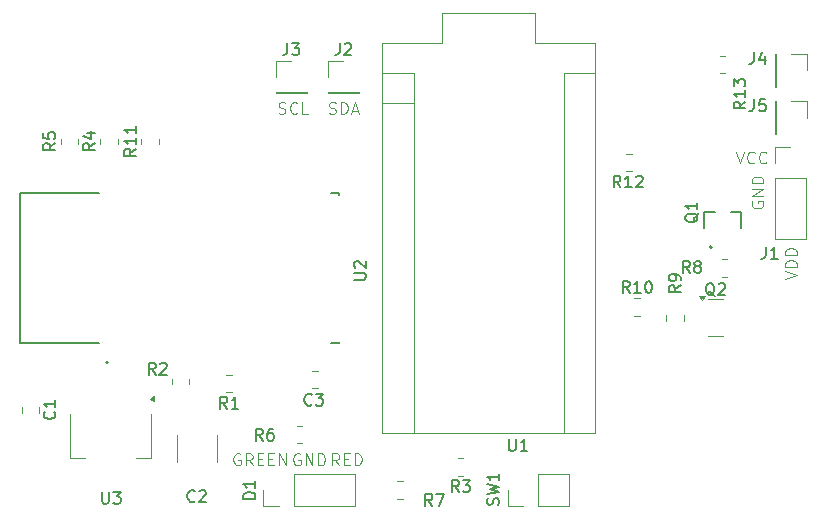
<source format=gbr>
%TF.GenerationSoftware,KiCad,Pcbnew,9.0.1*%
%TF.CreationDate,2025-05-26T15:55:47+03:00*%
%TF.ProjectId,KeyboardSecurity,4b657962-6f61-4726-9453-656375726974,rev?*%
%TF.SameCoordinates,Original*%
%TF.FileFunction,Legend,Top*%
%TF.FilePolarity,Positive*%
%FSLAX46Y46*%
G04 Gerber Fmt 4.6, Leading zero omitted, Abs format (unit mm)*
G04 Created by KiCad (PCBNEW 9.0.1) date 2025-05-26 15:55:47*
%MOMM*%
%LPD*%
G01*
G04 APERTURE LIST*
%ADD10C,0.100000*%
%ADD11C,0.150000*%
%ADD12C,0.120000*%
%ADD13C,0.127000*%
%ADD14C,0.200000*%
G04 APERTURE END LIST*
D10*
X140525038Y-83093906D02*
X140477419Y-83189144D01*
X140477419Y-83189144D02*
X140477419Y-83332001D01*
X140477419Y-83332001D02*
X140525038Y-83474858D01*
X140525038Y-83474858D02*
X140620276Y-83570096D01*
X140620276Y-83570096D02*
X140715514Y-83617715D01*
X140715514Y-83617715D02*
X140905990Y-83665334D01*
X140905990Y-83665334D02*
X141048847Y-83665334D01*
X141048847Y-83665334D02*
X141239323Y-83617715D01*
X141239323Y-83617715D02*
X141334561Y-83570096D01*
X141334561Y-83570096D02*
X141429800Y-83474858D01*
X141429800Y-83474858D02*
X141477419Y-83332001D01*
X141477419Y-83332001D02*
X141477419Y-83236763D01*
X141477419Y-83236763D02*
X141429800Y-83093906D01*
X141429800Y-83093906D02*
X141382180Y-83046287D01*
X141382180Y-83046287D02*
X141048847Y-83046287D01*
X141048847Y-83046287D02*
X141048847Y-83236763D01*
X141477419Y-82617715D02*
X140477419Y-82617715D01*
X140477419Y-82617715D02*
X141477419Y-82046287D01*
X141477419Y-82046287D02*
X140477419Y-82046287D01*
X141477419Y-81570096D02*
X140477419Y-81570096D01*
X140477419Y-81570096D02*
X140477419Y-81332001D01*
X140477419Y-81332001D02*
X140525038Y-81189144D01*
X140525038Y-81189144D02*
X140620276Y-81093906D01*
X140620276Y-81093906D02*
X140715514Y-81046287D01*
X140715514Y-81046287D02*
X140905990Y-80998668D01*
X140905990Y-80998668D02*
X141048847Y-80998668D01*
X141048847Y-80998668D02*
X141239323Y-81046287D01*
X141239323Y-81046287D02*
X141334561Y-81093906D01*
X141334561Y-81093906D02*
X141429800Y-81189144D01*
X141429800Y-81189144D02*
X141477419Y-81332001D01*
X141477419Y-81332001D02*
X141477419Y-81570096D01*
X105548712Y-105434819D02*
X105215379Y-104958628D01*
X104977284Y-105434819D02*
X104977284Y-104434819D01*
X104977284Y-104434819D02*
X105358236Y-104434819D01*
X105358236Y-104434819D02*
X105453474Y-104482438D01*
X105453474Y-104482438D02*
X105501093Y-104530057D01*
X105501093Y-104530057D02*
X105548712Y-104625295D01*
X105548712Y-104625295D02*
X105548712Y-104768152D01*
X105548712Y-104768152D02*
X105501093Y-104863390D01*
X105501093Y-104863390D02*
X105453474Y-104911009D01*
X105453474Y-104911009D02*
X105358236Y-104958628D01*
X105358236Y-104958628D02*
X104977284Y-104958628D01*
X105977284Y-104911009D02*
X106310617Y-104911009D01*
X106453474Y-105434819D02*
X105977284Y-105434819D01*
X105977284Y-105434819D02*
X105977284Y-104434819D01*
X105977284Y-104434819D02*
X106453474Y-104434819D01*
X106882046Y-105434819D02*
X106882046Y-104434819D01*
X106882046Y-104434819D02*
X107120141Y-104434819D01*
X107120141Y-104434819D02*
X107262998Y-104482438D01*
X107262998Y-104482438D02*
X107358236Y-104577676D01*
X107358236Y-104577676D02*
X107405855Y-104672914D01*
X107405855Y-104672914D02*
X107453474Y-104863390D01*
X107453474Y-104863390D02*
X107453474Y-105006247D01*
X107453474Y-105006247D02*
X107405855Y-105196723D01*
X107405855Y-105196723D02*
X107358236Y-105291961D01*
X107358236Y-105291961D02*
X107262998Y-105387200D01*
X107262998Y-105387200D02*
X107120141Y-105434819D01*
X107120141Y-105434819D02*
X106882046Y-105434819D01*
X100433865Y-75643800D02*
X100576722Y-75691419D01*
X100576722Y-75691419D02*
X100814817Y-75691419D01*
X100814817Y-75691419D02*
X100910055Y-75643800D01*
X100910055Y-75643800D02*
X100957674Y-75596180D01*
X100957674Y-75596180D02*
X101005293Y-75500942D01*
X101005293Y-75500942D02*
X101005293Y-75405704D01*
X101005293Y-75405704D02*
X100957674Y-75310466D01*
X100957674Y-75310466D02*
X100910055Y-75262847D01*
X100910055Y-75262847D02*
X100814817Y-75215228D01*
X100814817Y-75215228D02*
X100624341Y-75167609D01*
X100624341Y-75167609D02*
X100529103Y-75119990D01*
X100529103Y-75119990D02*
X100481484Y-75072371D01*
X100481484Y-75072371D02*
X100433865Y-74977133D01*
X100433865Y-74977133D02*
X100433865Y-74881895D01*
X100433865Y-74881895D02*
X100481484Y-74786657D01*
X100481484Y-74786657D02*
X100529103Y-74739038D01*
X100529103Y-74739038D02*
X100624341Y-74691419D01*
X100624341Y-74691419D02*
X100862436Y-74691419D01*
X100862436Y-74691419D02*
X101005293Y-74739038D01*
X102005293Y-75596180D02*
X101957674Y-75643800D01*
X101957674Y-75643800D02*
X101814817Y-75691419D01*
X101814817Y-75691419D02*
X101719579Y-75691419D01*
X101719579Y-75691419D02*
X101576722Y-75643800D01*
X101576722Y-75643800D02*
X101481484Y-75548561D01*
X101481484Y-75548561D02*
X101433865Y-75453323D01*
X101433865Y-75453323D02*
X101386246Y-75262847D01*
X101386246Y-75262847D02*
X101386246Y-75119990D01*
X101386246Y-75119990D02*
X101433865Y-74929514D01*
X101433865Y-74929514D02*
X101481484Y-74834276D01*
X101481484Y-74834276D02*
X101576722Y-74739038D01*
X101576722Y-74739038D02*
X101719579Y-74691419D01*
X101719579Y-74691419D02*
X101814817Y-74691419D01*
X101814817Y-74691419D02*
X101957674Y-74739038D01*
X101957674Y-74739038D02*
X102005293Y-74786657D01*
X102910055Y-75691419D02*
X102433865Y-75691419D01*
X102433865Y-75691419D02*
X102433865Y-74691419D01*
X102240255Y-104482438D02*
X102145017Y-104434819D01*
X102145017Y-104434819D02*
X102002160Y-104434819D01*
X102002160Y-104434819D02*
X101859303Y-104482438D01*
X101859303Y-104482438D02*
X101764065Y-104577676D01*
X101764065Y-104577676D02*
X101716446Y-104672914D01*
X101716446Y-104672914D02*
X101668827Y-104863390D01*
X101668827Y-104863390D02*
X101668827Y-105006247D01*
X101668827Y-105006247D02*
X101716446Y-105196723D01*
X101716446Y-105196723D02*
X101764065Y-105291961D01*
X101764065Y-105291961D02*
X101859303Y-105387200D01*
X101859303Y-105387200D02*
X102002160Y-105434819D01*
X102002160Y-105434819D02*
X102097398Y-105434819D01*
X102097398Y-105434819D02*
X102240255Y-105387200D01*
X102240255Y-105387200D02*
X102287874Y-105339580D01*
X102287874Y-105339580D02*
X102287874Y-105006247D01*
X102287874Y-105006247D02*
X102097398Y-105006247D01*
X102716446Y-105434819D02*
X102716446Y-104434819D01*
X102716446Y-104434819D02*
X103287874Y-105434819D01*
X103287874Y-105434819D02*
X103287874Y-104434819D01*
X103764065Y-105434819D02*
X103764065Y-104434819D01*
X103764065Y-104434819D02*
X104002160Y-104434819D01*
X104002160Y-104434819D02*
X104145017Y-104482438D01*
X104145017Y-104482438D02*
X104240255Y-104577676D01*
X104240255Y-104577676D02*
X104287874Y-104672914D01*
X104287874Y-104672914D02*
X104335493Y-104863390D01*
X104335493Y-104863390D02*
X104335493Y-105006247D01*
X104335493Y-105006247D02*
X104287874Y-105196723D01*
X104287874Y-105196723D02*
X104240255Y-105291961D01*
X104240255Y-105291961D02*
X104145017Y-105387200D01*
X104145017Y-105387200D02*
X104002160Y-105434819D01*
X104002160Y-105434819D02*
X103764065Y-105434819D01*
X104701065Y-75643800D02*
X104843922Y-75691419D01*
X104843922Y-75691419D02*
X105082017Y-75691419D01*
X105082017Y-75691419D02*
X105177255Y-75643800D01*
X105177255Y-75643800D02*
X105224874Y-75596180D01*
X105224874Y-75596180D02*
X105272493Y-75500942D01*
X105272493Y-75500942D02*
X105272493Y-75405704D01*
X105272493Y-75405704D02*
X105224874Y-75310466D01*
X105224874Y-75310466D02*
X105177255Y-75262847D01*
X105177255Y-75262847D02*
X105082017Y-75215228D01*
X105082017Y-75215228D02*
X104891541Y-75167609D01*
X104891541Y-75167609D02*
X104796303Y-75119990D01*
X104796303Y-75119990D02*
X104748684Y-75072371D01*
X104748684Y-75072371D02*
X104701065Y-74977133D01*
X104701065Y-74977133D02*
X104701065Y-74881895D01*
X104701065Y-74881895D02*
X104748684Y-74786657D01*
X104748684Y-74786657D02*
X104796303Y-74739038D01*
X104796303Y-74739038D02*
X104891541Y-74691419D01*
X104891541Y-74691419D02*
X105129636Y-74691419D01*
X105129636Y-74691419D02*
X105272493Y-74739038D01*
X105701065Y-75691419D02*
X105701065Y-74691419D01*
X105701065Y-74691419D02*
X105939160Y-74691419D01*
X105939160Y-74691419D02*
X106082017Y-74739038D01*
X106082017Y-74739038D02*
X106177255Y-74834276D01*
X106177255Y-74834276D02*
X106224874Y-74929514D01*
X106224874Y-74929514D02*
X106272493Y-75119990D01*
X106272493Y-75119990D02*
X106272493Y-75262847D01*
X106272493Y-75262847D02*
X106224874Y-75453323D01*
X106224874Y-75453323D02*
X106177255Y-75548561D01*
X106177255Y-75548561D02*
X106082017Y-75643800D01*
X106082017Y-75643800D02*
X105939160Y-75691419D01*
X105939160Y-75691419D02*
X105701065Y-75691419D01*
X106653446Y-75405704D02*
X107129636Y-75405704D01*
X106558208Y-75691419D02*
X106891541Y-74691419D01*
X106891541Y-74691419D02*
X107224874Y-75691419D01*
X139161027Y-78872419D02*
X139494360Y-79872419D01*
X139494360Y-79872419D02*
X139827693Y-78872419D01*
X140732455Y-79777180D02*
X140684836Y-79824800D01*
X140684836Y-79824800D02*
X140541979Y-79872419D01*
X140541979Y-79872419D02*
X140446741Y-79872419D01*
X140446741Y-79872419D02*
X140303884Y-79824800D01*
X140303884Y-79824800D02*
X140208646Y-79729561D01*
X140208646Y-79729561D02*
X140161027Y-79634323D01*
X140161027Y-79634323D02*
X140113408Y-79443847D01*
X140113408Y-79443847D02*
X140113408Y-79300990D01*
X140113408Y-79300990D02*
X140161027Y-79110514D01*
X140161027Y-79110514D02*
X140208646Y-79015276D01*
X140208646Y-79015276D02*
X140303884Y-78920038D01*
X140303884Y-78920038D02*
X140446741Y-78872419D01*
X140446741Y-78872419D02*
X140541979Y-78872419D01*
X140541979Y-78872419D02*
X140684836Y-78920038D01*
X140684836Y-78920038D02*
X140732455Y-78967657D01*
X141732455Y-79777180D02*
X141684836Y-79824800D01*
X141684836Y-79824800D02*
X141541979Y-79872419D01*
X141541979Y-79872419D02*
X141446741Y-79872419D01*
X141446741Y-79872419D02*
X141303884Y-79824800D01*
X141303884Y-79824800D02*
X141208646Y-79729561D01*
X141208646Y-79729561D02*
X141161027Y-79634323D01*
X141161027Y-79634323D02*
X141113408Y-79443847D01*
X141113408Y-79443847D02*
X141113408Y-79300990D01*
X141113408Y-79300990D02*
X141161027Y-79110514D01*
X141161027Y-79110514D02*
X141208646Y-79015276D01*
X141208646Y-79015276D02*
X141303884Y-78920038D01*
X141303884Y-78920038D02*
X141446741Y-78872419D01*
X141446741Y-78872419D02*
X141541979Y-78872419D01*
X141541979Y-78872419D02*
X141684836Y-78920038D01*
X141684836Y-78920038D02*
X141732455Y-78967657D01*
X143296819Y-89627972D02*
X144296819Y-89294639D01*
X144296819Y-89294639D02*
X143296819Y-88961306D01*
X144296819Y-88627972D02*
X143296819Y-88627972D01*
X143296819Y-88627972D02*
X143296819Y-88389877D01*
X143296819Y-88389877D02*
X143344438Y-88247020D01*
X143344438Y-88247020D02*
X143439676Y-88151782D01*
X143439676Y-88151782D02*
X143534914Y-88104163D01*
X143534914Y-88104163D02*
X143725390Y-88056544D01*
X143725390Y-88056544D02*
X143868247Y-88056544D01*
X143868247Y-88056544D02*
X144058723Y-88104163D01*
X144058723Y-88104163D02*
X144153961Y-88151782D01*
X144153961Y-88151782D02*
X144249200Y-88247020D01*
X144249200Y-88247020D02*
X144296819Y-88389877D01*
X144296819Y-88389877D02*
X144296819Y-88627972D01*
X144296819Y-87627972D02*
X143296819Y-87627972D01*
X143296819Y-87627972D02*
X143296819Y-87389877D01*
X143296819Y-87389877D02*
X143344438Y-87247020D01*
X143344438Y-87247020D02*
X143439676Y-87151782D01*
X143439676Y-87151782D02*
X143534914Y-87104163D01*
X143534914Y-87104163D02*
X143725390Y-87056544D01*
X143725390Y-87056544D02*
X143868247Y-87056544D01*
X143868247Y-87056544D02*
X144058723Y-87104163D01*
X144058723Y-87104163D02*
X144153961Y-87151782D01*
X144153961Y-87151782D02*
X144249200Y-87247020D01*
X144249200Y-87247020D02*
X144296819Y-87389877D01*
X144296819Y-87389877D02*
X144296819Y-87627972D01*
X97169893Y-104482438D02*
X97074655Y-104434819D01*
X97074655Y-104434819D02*
X96931798Y-104434819D01*
X96931798Y-104434819D02*
X96788941Y-104482438D01*
X96788941Y-104482438D02*
X96693703Y-104577676D01*
X96693703Y-104577676D02*
X96646084Y-104672914D01*
X96646084Y-104672914D02*
X96598465Y-104863390D01*
X96598465Y-104863390D02*
X96598465Y-105006247D01*
X96598465Y-105006247D02*
X96646084Y-105196723D01*
X96646084Y-105196723D02*
X96693703Y-105291961D01*
X96693703Y-105291961D02*
X96788941Y-105387200D01*
X96788941Y-105387200D02*
X96931798Y-105434819D01*
X96931798Y-105434819D02*
X97027036Y-105434819D01*
X97027036Y-105434819D02*
X97169893Y-105387200D01*
X97169893Y-105387200D02*
X97217512Y-105339580D01*
X97217512Y-105339580D02*
X97217512Y-105006247D01*
X97217512Y-105006247D02*
X97027036Y-105006247D01*
X98217512Y-105434819D02*
X97884179Y-104958628D01*
X97646084Y-105434819D02*
X97646084Y-104434819D01*
X97646084Y-104434819D02*
X98027036Y-104434819D01*
X98027036Y-104434819D02*
X98122274Y-104482438D01*
X98122274Y-104482438D02*
X98169893Y-104530057D01*
X98169893Y-104530057D02*
X98217512Y-104625295D01*
X98217512Y-104625295D02*
X98217512Y-104768152D01*
X98217512Y-104768152D02*
X98169893Y-104863390D01*
X98169893Y-104863390D02*
X98122274Y-104911009D01*
X98122274Y-104911009D02*
X98027036Y-104958628D01*
X98027036Y-104958628D02*
X97646084Y-104958628D01*
X98646084Y-104911009D02*
X98979417Y-104911009D01*
X99122274Y-105434819D02*
X98646084Y-105434819D01*
X98646084Y-105434819D02*
X98646084Y-104434819D01*
X98646084Y-104434819D02*
X99122274Y-104434819D01*
X99550846Y-104911009D02*
X99884179Y-104911009D01*
X100027036Y-105434819D02*
X99550846Y-105434819D01*
X99550846Y-105434819D02*
X99550846Y-104434819D01*
X99550846Y-104434819D02*
X100027036Y-104434819D01*
X100455608Y-105434819D02*
X100455608Y-104434819D01*
X100455608Y-104434819D02*
X101027036Y-105434819D01*
X101027036Y-105434819D02*
X101027036Y-104434819D01*
D11*
X129369642Y-81904819D02*
X129036309Y-81428628D01*
X128798214Y-81904819D02*
X128798214Y-80904819D01*
X128798214Y-80904819D02*
X129179166Y-80904819D01*
X129179166Y-80904819D02*
X129274404Y-80952438D01*
X129274404Y-80952438D02*
X129322023Y-81000057D01*
X129322023Y-81000057D02*
X129369642Y-81095295D01*
X129369642Y-81095295D02*
X129369642Y-81238152D01*
X129369642Y-81238152D02*
X129322023Y-81333390D01*
X129322023Y-81333390D02*
X129274404Y-81381009D01*
X129274404Y-81381009D02*
X129179166Y-81428628D01*
X129179166Y-81428628D02*
X128798214Y-81428628D01*
X130322023Y-81904819D02*
X129750595Y-81904819D01*
X130036309Y-81904819D02*
X130036309Y-80904819D01*
X130036309Y-80904819D02*
X129941071Y-81047676D01*
X129941071Y-81047676D02*
X129845833Y-81142914D01*
X129845833Y-81142914D02*
X129750595Y-81190533D01*
X130702976Y-81000057D02*
X130750595Y-80952438D01*
X130750595Y-80952438D02*
X130845833Y-80904819D01*
X130845833Y-80904819D02*
X131083928Y-80904819D01*
X131083928Y-80904819D02*
X131179166Y-80952438D01*
X131179166Y-80952438D02*
X131226785Y-81000057D01*
X131226785Y-81000057D02*
X131274404Y-81095295D01*
X131274404Y-81095295D02*
X131274404Y-81190533D01*
X131274404Y-81190533D02*
X131226785Y-81333390D01*
X131226785Y-81333390D02*
X130655357Y-81904819D01*
X130655357Y-81904819D02*
X131274404Y-81904819D01*
X139954819Y-74642857D02*
X139478628Y-74976190D01*
X139954819Y-75214285D02*
X138954819Y-75214285D01*
X138954819Y-75214285D02*
X138954819Y-74833333D01*
X138954819Y-74833333D02*
X139002438Y-74738095D01*
X139002438Y-74738095D02*
X139050057Y-74690476D01*
X139050057Y-74690476D02*
X139145295Y-74642857D01*
X139145295Y-74642857D02*
X139288152Y-74642857D01*
X139288152Y-74642857D02*
X139383390Y-74690476D01*
X139383390Y-74690476D02*
X139431009Y-74738095D01*
X139431009Y-74738095D02*
X139478628Y-74833333D01*
X139478628Y-74833333D02*
X139478628Y-75214285D01*
X139954819Y-73690476D02*
X139954819Y-74261904D01*
X139954819Y-73976190D02*
X138954819Y-73976190D01*
X138954819Y-73976190D02*
X139097676Y-74071428D01*
X139097676Y-74071428D02*
X139192914Y-74166666D01*
X139192914Y-74166666D02*
X139240533Y-74261904D01*
X138954819Y-73357142D02*
X138954819Y-72738095D01*
X138954819Y-72738095D02*
X139335771Y-73071428D01*
X139335771Y-73071428D02*
X139335771Y-72928571D01*
X139335771Y-72928571D02*
X139383390Y-72833333D01*
X139383390Y-72833333D02*
X139431009Y-72785714D01*
X139431009Y-72785714D02*
X139526247Y-72738095D01*
X139526247Y-72738095D02*
X139764342Y-72738095D01*
X139764342Y-72738095D02*
X139859580Y-72785714D01*
X139859580Y-72785714D02*
X139907200Y-72833333D01*
X139907200Y-72833333D02*
X139954819Y-72928571D01*
X139954819Y-72928571D02*
X139954819Y-73214285D01*
X139954819Y-73214285D02*
X139907200Y-73309523D01*
X139907200Y-73309523D02*
X139859580Y-73357142D01*
X140666666Y-74454819D02*
X140666666Y-75169104D01*
X140666666Y-75169104D02*
X140619047Y-75311961D01*
X140619047Y-75311961D02*
X140523809Y-75407200D01*
X140523809Y-75407200D02*
X140380952Y-75454819D01*
X140380952Y-75454819D02*
X140285714Y-75454819D01*
X141619047Y-74454819D02*
X141142857Y-74454819D01*
X141142857Y-74454819D02*
X141095238Y-74931009D01*
X141095238Y-74931009D02*
X141142857Y-74883390D01*
X141142857Y-74883390D02*
X141238095Y-74835771D01*
X141238095Y-74835771D02*
X141476190Y-74835771D01*
X141476190Y-74835771D02*
X141571428Y-74883390D01*
X141571428Y-74883390D02*
X141619047Y-74931009D01*
X141619047Y-74931009D02*
X141666666Y-75026247D01*
X141666666Y-75026247D02*
X141666666Y-75264342D01*
X141666666Y-75264342D02*
X141619047Y-75359580D01*
X141619047Y-75359580D02*
X141571428Y-75407200D01*
X141571428Y-75407200D02*
X141476190Y-75454819D01*
X141476190Y-75454819D02*
X141238095Y-75454819D01*
X141238095Y-75454819D02*
X141142857Y-75407200D01*
X141142857Y-75407200D02*
X141095238Y-75359580D01*
X140666666Y-70454819D02*
X140666666Y-71169104D01*
X140666666Y-71169104D02*
X140619047Y-71311961D01*
X140619047Y-71311961D02*
X140523809Y-71407200D01*
X140523809Y-71407200D02*
X140380952Y-71454819D01*
X140380952Y-71454819D02*
X140285714Y-71454819D01*
X141571428Y-70788152D02*
X141571428Y-71454819D01*
X141333333Y-70407200D02*
X141095238Y-71121485D01*
X141095238Y-71121485D02*
X141714285Y-71121485D01*
X88352519Y-78646257D02*
X87876328Y-78979590D01*
X88352519Y-79217685D02*
X87352519Y-79217685D01*
X87352519Y-79217685D02*
X87352519Y-78836733D01*
X87352519Y-78836733D02*
X87400138Y-78741495D01*
X87400138Y-78741495D02*
X87447757Y-78693876D01*
X87447757Y-78693876D02*
X87542995Y-78646257D01*
X87542995Y-78646257D02*
X87685852Y-78646257D01*
X87685852Y-78646257D02*
X87781090Y-78693876D01*
X87781090Y-78693876D02*
X87828709Y-78741495D01*
X87828709Y-78741495D02*
X87876328Y-78836733D01*
X87876328Y-78836733D02*
X87876328Y-79217685D01*
X88352519Y-77693876D02*
X88352519Y-78265304D01*
X88352519Y-77979590D02*
X87352519Y-77979590D01*
X87352519Y-77979590D02*
X87495376Y-78074828D01*
X87495376Y-78074828D02*
X87590614Y-78170066D01*
X87590614Y-78170066D02*
X87638233Y-78265304D01*
X88352519Y-76741495D02*
X88352519Y-77312923D01*
X88352519Y-77027209D02*
X87352519Y-77027209D01*
X87352519Y-77027209D02*
X87495376Y-77122447D01*
X87495376Y-77122447D02*
X87590614Y-77217685D01*
X87590614Y-77217685D02*
X87638233Y-77312923D01*
X93330733Y-108461980D02*
X93283114Y-108509600D01*
X93283114Y-108509600D02*
X93140257Y-108557219D01*
X93140257Y-108557219D02*
X93045019Y-108557219D01*
X93045019Y-108557219D02*
X92902162Y-108509600D01*
X92902162Y-108509600D02*
X92806924Y-108414361D01*
X92806924Y-108414361D02*
X92759305Y-108319123D01*
X92759305Y-108319123D02*
X92711686Y-108128647D01*
X92711686Y-108128647D02*
X92711686Y-107985790D01*
X92711686Y-107985790D02*
X92759305Y-107795314D01*
X92759305Y-107795314D02*
X92806924Y-107700076D01*
X92806924Y-107700076D02*
X92902162Y-107604838D01*
X92902162Y-107604838D02*
X93045019Y-107557219D01*
X93045019Y-107557219D02*
X93140257Y-107557219D01*
X93140257Y-107557219D02*
X93283114Y-107604838D01*
X93283114Y-107604838D02*
X93330733Y-107652457D01*
X93711686Y-107652457D02*
X93759305Y-107604838D01*
X93759305Y-107604838D02*
X93854543Y-107557219D01*
X93854543Y-107557219D02*
X94092638Y-107557219D01*
X94092638Y-107557219D02*
X94187876Y-107604838D01*
X94187876Y-107604838D02*
X94235495Y-107652457D01*
X94235495Y-107652457D02*
X94283114Y-107747695D01*
X94283114Y-107747695D02*
X94283114Y-107842933D01*
X94283114Y-107842933D02*
X94235495Y-107985790D01*
X94235495Y-107985790D02*
X93664067Y-108557219D01*
X93664067Y-108557219D02*
X94283114Y-108557219D01*
X137341861Y-91103857D02*
X137246623Y-91056238D01*
X137246623Y-91056238D02*
X137151385Y-90961000D01*
X137151385Y-90961000D02*
X137008528Y-90818142D01*
X137008528Y-90818142D02*
X136913290Y-90770523D01*
X136913290Y-90770523D02*
X136818052Y-90770523D01*
X136865671Y-91008619D02*
X136770433Y-90961000D01*
X136770433Y-90961000D02*
X136675195Y-90865761D01*
X136675195Y-90865761D02*
X136627576Y-90675285D01*
X136627576Y-90675285D02*
X136627576Y-90341952D01*
X136627576Y-90341952D02*
X136675195Y-90151476D01*
X136675195Y-90151476D02*
X136770433Y-90056238D01*
X136770433Y-90056238D02*
X136865671Y-90008619D01*
X136865671Y-90008619D02*
X137056147Y-90008619D01*
X137056147Y-90008619D02*
X137151385Y-90056238D01*
X137151385Y-90056238D02*
X137246623Y-90151476D01*
X137246623Y-90151476D02*
X137294242Y-90341952D01*
X137294242Y-90341952D02*
X137294242Y-90675285D01*
X137294242Y-90675285D02*
X137246623Y-90865761D01*
X137246623Y-90865761D02*
X137151385Y-90961000D01*
X137151385Y-90961000D02*
X137056147Y-91008619D01*
X137056147Y-91008619D02*
X136865671Y-91008619D01*
X137675195Y-90103857D02*
X137722814Y-90056238D01*
X137722814Y-90056238D02*
X137818052Y-90008619D01*
X137818052Y-90008619D02*
X138056147Y-90008619D01*
X138056147Y-90008619D02*
X138151385Y-90056238D01*
X138151385Y-90056238D02*
X138199004Y-90103857D01*
X138199004Y-90103857D02*
X138246623Y-90199095D01*
X138246623Y-90199095D02*
X138246623Y-90294333D01*
X138246623Y-90294333D02*
X138199004Y-90437190D01*
X138199004Y-90437190D02*
X137627576Y-91008619D01*
X137627576Y-91008619D02*
X138246623Y-91008619D01*
X81439980Y-100903066D02*
X81487600Y-100950685D01*
X81487600Y-100950685D02*
X81535219Y-101093542D01*
X81535219Y-101093542D02*
X81535219Y-101188780D01*
X81535219Y-101188780D02*
X81487600Y-101331637D01*
X81487600Y-101331637D02*
X81392361Y-101426875D01*
X81392361Y-101426875D02*
X81297123Y-101474494D01*
X81297123Y-101474494D02*
X81106647Y-101522113D01*
X81106647Y-101522113D02*
X80963790Y-101522113D01*
X80963790Y-101522113D02*
X80773314Y-101474494D01*
X80773314Y-101474494D02*
X80678076Y-101426875D01*
X80678076Y-101426875D02*
X80582838Y-101331637D01*
X80582838Y-101331637D02*
X80535219Y-101188780D01*
X80535219Y-101188780D02*
X80535219Y-101093542D01*
X80535219Y-101093542D02*
X80582838Y-100950685D01*
X80582838Y-100950685D02*
X80630457Y-100903066D01*
X81535219Y-99950685D02*
X81535219Y-100522113D01*
X81535219Y-100236399D02*
X80535219Y-100236399D01*
X80535219Y-100236399D02*
X80678076Y-100331637D01*
X80678076Y-100331637D02*
X80773314Y-100426875D01*
X80773314Y-100426875D02*
X80820933Y-100522113D01*
X96073933Y-100631419D02*
X95740600Y-100155228D01*
X95502505Y-100631419D02*
X95502505Y-99631419D01*
X95502505Y-99631419D02*
X95883457Y-99631419D01*
X95883457Y-99631419D02*
X95978695Y-99679038D01*
X95978695Y-99679038D02*
X96026314Y-99726657D01*
X96026314Y-99726657D02*
X96073933Y-99821895D01*
X96073933Y-99821895D02*
X96073933Y-99964752D01*
X96073933Y-99964752D02*
X96026314Y-100059990D01*
X96026314Y-100059990D02*
X95978695Y-100107609D01*
X95978695Y-100107609D02*
X95883457Y-100155228D01*
X95883457Y-100155228D02*
X95502505Y-100155228D01*
X97026314Y-100631419D02*
X96454886Y-100631419D01*
X96740600Y-100631419D02*
X96740600Y-99631419D01*
X96740600Y-99631419D02*
X96645362Y-99774276D01*
X96645362Y-99774276D02*
X96550124Y-99869514D01*
X96550124Y-99869514D02*
X96454886Y-99917133D01*
X103236733Y-100283180D02*
X103189114Y-100330800D01*
X103189114Y-100330800D02*
X103046257Y-100378419D01*
X103046257Y-100378419D02*
X102951019Y-100378419D01*
X102951019Y-100378419D02*
X102808162Y-100330800D01*
X102808162Y-100330800D02*
X102712924Y-100235561D01*
X102712924Y-100235561D02*
X102665305Y-100140323D01*
X102665305Y-100140323D02*
X102617686Y-99949847D01*
X102617686Y-99949847D02*
X102617686Y-99806990D01*
X102617686Y-99806990D02*
X102665305Y-99616514D01*
X102665305Y-99616514D02*
X102712924Y-99521276D01*
X102712924Y-99521276D02*
X102808162Y-99426038D01*
X102808162Y-99426038D02*
X102951019Y-99378419D01*
X102951019Y-99378419D02*
X103046257Y-99378419D01*
X103046257Y-99378419D02*
X103189114Y-99426038D01*
X103189114Y-99426038D02*
X103236733Y-99473657D01*
X103570067Y-99378419D02*
X104189114Y-99378419D01*
X104189114Y-99378419D02*
X103855781Y-99759371D01*
X103855781Y-99759371D02*
X103998638Y-99759371D01*
X103998638Y-99759371D02*
X104093876Y-99806990D01*
X104093876Y-99806990D02*
X104141495Y-99854609D01*
X104141495Y-99854609D02*
X104189114Y-99949847D01*
X104189114Y-99949847D02*
X104189114Y-100187942D01*
X104189114Y-100187942D02*
X104141495Y-100283180D01*
X104141495Y-100283180D02*
X104093876Y-100330800D01*
X104093876Y-100330800D02*
X103998638Y-100378419D01*
X103998638Y-100378419D02*
X103712924Y-100378419D01*
X103712924Y-100378419D02*
X103617686Y-100330800D01*
X103617686Y-100330800D02*
X103570067Y-100283180D01*
X119913495Y-103213819D02*
X119913495Y-104023342D01*
X119913495Y-104023342D02*
X119961114Y-104118580D01*
X119961114Y-104118580D02*
X120008733Y-104166200D01*
X120008733Y-104166200D02*
X120103971Y-104213819D01*
X120103971Y-104213819D02*
X120294447Y-104213819D01*
X120294447Y-104213819D02*
X120389685Y-104166200D01*
X120389685Y-104166200D02*
X120437304Y-104118580D01*
X120437304Y-104118580D02*
X120484923Y-104023342D01*
X120484923Y-104023342D02*
X120484923Y-103213819D01*
X121484923Y-104213819D02*
X120913495Y-104213819D01*
X121199209Y-104213819D02*
X121199209Y-103213819D01*
X121199209Y-103213819D02*
X121103971Y-103356676D01*
X121103971Y-103356676D02*
X121008733Y-103451914D01*
X121008733Y-103451914D02*
X120913495Y-103499533D01*
X135964057Y-84103838D02*
X135916438Y-84199076D01*
X135916438Y-84199076D02*
X135821200Y-84294314D01*
X135821200Y-84294314D02*
X135678342Y-84437171D01*
X135678342Y-84437171D02*
X135630723Y-84532409D01*
X135630723Y-84532409D02*
X135630723Y-84627647D01*
X135868819Y-84580028D02*
X135821200Y-84675266D01*
X135821200Y-84675266D02*
X135725961Y-84770504D01*
X135725961Y-84770504D02*
X135535485Y-84818123D01*
X135535485Y-84818123D02*
X135202152Y-84818123D01*
X135202152Y-84818123D02*
X135011676Y-84770504D01*
X135011676Y-84770504D02*
X134916438Y-84675266D01*
X134916438Y-84675266D02*
X134868819Y-84580028D01*
X134868819Y-84580028D02*
X134868819Y-84389552D01*
X134868819Y-84389552D02*
X134916438Y-84294314D01*
X134916438Y-84294314D02*
X135011676Y-84199076D01*
X135011676Y-84199076D02*
X135202152Y-84151457D01*
X135202152Y-84151457D02*
X135535485Y-84151457D01*
X135535485Y-84151457D02*
X135725961Y-84199076D01*
X135725961Y-84199076D02*
X135821200Y-84294314D01*
X135821200Y-84294314D02*
X135868819Y-84389552D01*
X135868819Y-84389552D02*
X135868819Y-84580028D01*
X135868819Y-83199076D02*
X135868819Y-83770504D01*
X135868819Y-83484790D02*
X134868819Y-83484790D01*
X134868819Y-83484790D02*
X135011676Y-83580028D01*
X135011676Y-83580028D02*
X135106914Y-83675266D01*
X135106914Y-83675266D02*
X135154533Y-83770504D01*
X84885419Y-78170066D02*
X84409228Y-78503399D01*
X84885419Y-78741494D02*
X83885419Y-78741494D01*
X83885419Y-78741494D02*
X83885419Y-78360542D01*
X83885419Y-78360542D02*
X83933038Y-78265304D01*
X83933038Y-78265304D02*
X83980657Y-78217685D01*
X83980657Y-78217685D02*
X84075895Y-78170066D01*
X84075895Y-78170066D02*
X84218752Y-78170066D01*
X84218752Y-78170066D02*
X84313990Y-78217685D01*
X84313990Y-78217685D02*
X84361609Y-78265304D01*
X84361609Y-78265304D02*
X84409228Y-78360542D01*
X84409228Y-78360542D02*
X84409228Y-78741494D01*
X84218752Y-77312923D02*
X84885419Y-77312923D01*
X83837800Y-77551018D02*
X84552085Y-77789113D01*
X84552085Y-77789113D02*
X84552085Y-77170066D01*
X119025200Y-108800732D02*
X119072819Y-108657875D01*
X119072819Y-108657875D02*
X119072819Y-108419780D01*
X119072819Y-108419780D02*
X119025200Y-108324542D01*
X119025200Y-108324542D02*
X118977580Y-108276923D01*
X118977580Y-108276923D02*
X118882342Y-108229304D01*
X118882342Y-108229304D02*
X118787104Y-108229304D01*
X118787104Y-108229304D02*
X118691866Y-108276923D01*
X118691866Y-108276923D02*
X118644247Y-108324542D01*
X118644247Y-108324542D02*
X118596628Y-108419780D01*
X118596628Y-108419780D02*
X118549009Y-108610256D01*
X118549009Y-108610256D02*
X118501390Y-108705494D01*
X118501390Y-108705494D02*
X118453771Y-108753113D01*
X118453771Y-108753113D02*
X118358533Y-108800732D01*
X118358533Y-108800732D02*
X118263295Y-108800732D01*
X118263295Y-108800732D02*
X118168057Y-108753113D01*
X118168057Y-108753113D02*
X118120438Y-108705494D01*
X118120438Y-108705494D02*
X118072819Y-108610256D01*
X118072819Y-108610256D02*
X118072819Y-108372161D01*
X118072819Y-108372161D02*
X118120438Y-108229304D01*
X118072819Y-107895970D02*
X119072819Y-107657875D01*
X119072819Y-107657875D02*
X118358533Y-107467399D01*
X118358533Y-107467399D02*
X119072819Y-107276923D01*
X119072819Y-107276923D02*
X118072819Y-107038828D01*
X119072819Y-106134066D02*
X119072819Y-106705494D01*
X119072819Y-106419780D02*
X118072819Y-106419780D01*
X118072819Y-106419780D02*
X118215676Y-106515018D01*
X118215676Y-106515018D02*
X118310914Y-106610256D01*
X118310914Y-106610256D02*
X118358533Y-106705494D01*
X81507219Y-78170066D02*
X81031028Y-78503399D01*
X81507219Y-78741494D02*
X80507219Y-78741494D01*
X80507219Y-78741494D02*
X80507219Y-78360542D01*
X80507219Y-78360542D02*
X80554838Y-78265304D01*
X80554838Y-78265304D02*
X80602457Y-78217685D01*
X80602457Y-78217685D02*
X80697695Y-78170066D01*
X80697695Y-78170066D02*
X80840552Y-78170066D01*
X80840552Y-78170066D02*
X80935790Y-78217685D01*
X80935790Y-78217685D02*
X80983409Y-78265304D01*
X80983409Y-78265304D02*
X81031028Y-78360542D01*
X81031028Y-78360542D02*
X81031028Y-78741494D01*
X80507219Y-77265304D02*
X80507219Y-77741494D01*
X80507219Y-77741494D02*
X80983409Y-77789113D01*
X80983409Y-77789113D02*
X80935790Y-77741494D01*
X80935790Y-77741494D02*
X80888171Y-77646256D01*
X80888171Y-77646256D02*
X80888171Y-77408161D01*
X80888171Y-77408161D02*
X80935790Y-77312923D01*
X80935790Y-77312923D02*
X80983409Y-77265304D01*
X80983409Y-77265304D02*
X81078647Y-77217685D01*
X81078647Y-77217685D02*
X81316742Y-77217685D01*
X81316742Y-77217685D02*
X81411980Y-77265304D01*
X81411980Y-77265304D02*
X81459600Y-77312923D01*
X81459600Y-77312923D02*
X81507219Y-77408161D01*
X81507219Y-77408161D02*
X81507219Y-77646256D01*
X81507219Y-77646256D02*
X81459600Y-77741494D01*
X81459600Y-77741494D02*
X81411980Y-77789113D01*
X106820619Y-89712704D02*
X107630142Y-89712704D01*
X107630142Y-89712704D02*
X107725380Y-89665085D01*
X107725380Y-89665085D02*
X107773000Y-89617466D01*
X107773000Y-89617466D02*
X107820619Y-89522228D01*
X107820619Y-89522228D02*
X107820619Y-89331752D01*
X107820619Y-89331752D02*
X107773000Y-89236514D01*
X107773000Y-89236514D02*
X107725380Y-89188895D01*
X107725380Y-89188895D02*
X107630142Y-89141276D01*
X107630142Y-89141276D02*
X106820619Y-89141276D01*
X106915857Y-88712704D02*
X106868238Y-88665085D01*
X106868238Y-88665085D02*
X106820619Y-88569847D01*
X106820619Y-88569847D02*
X106820619Y-88331752D01*
X106820619Y-88331752D02*
X106868238Y-88236514D01*
X106868238Y-88236514D02*
X106915857Y-88188895D01*
X106915857Y-88188895D02*
X107011095Y-88141276D01*
X107011095Y-88141276D02*
X107106333Y-88141276D01*
X107106333Y-88141276D02*
X107249190Y-88188895D01*
X107249190Y-88188895D02*
X107820619Y-88760323D01*
X107820619Y-88760323D02*
X107820619Y-88141276D01*
X135240733Y-89151619D02*
X134907400Y-88675428D01*
X134669305Y-89151619D02*
X134669305Y-88151619D01*
X134669305Y-88151619D02*
X135050257Y-88151619D01*
X135050257Y-88151619D02*
X135145495Y-88199238D01*
X135145495Y-88199238D02*
X135193114Y-88246857D01*
X135193114Y-88246857D02*
X135240733Y-88342095D01*
X135240733Y-88342095D02*
X135240733Y-88484952D01*
X135240733Y-88484952D02*
X135193114Y-88580190D01*
X135193114Y-88580190D02*
X135145495Y-88627809D01*
X135145495Y-88627809D02*
X135050257Y-88675428D01*
X135050257Y-88675428D02*
X134669305Y-88675428D01*
X135812162Y-88580190D02*
X135716924Y-88532571D01*
X135716924Y-88532571D02*
X135669305Y-88484952D01*
X135669305Y-88484952D02*
X135621686Y-88389714D01*
X135621686Y-88389714D02*
X135621686Y-88342095D01*
X135621686Y-88342095D02*
X135669305Y-88246857D01*
X135669305Y-88246857D02*
X135716924Y-88199238D01*
X135716924Y-88199238D02*
X135812162Y-88151619D01*
X135812162Y-88151619D02*
X136002638Y-88151619D01*
X136002638Y-88151619D02*
X136097876Y-88199238D01*
X136097876Y-88199238D02*
X136145495Y-88246857D01*
X136145495Y-88246857D02*
X136193114Y-88342095D01*
X136193114Y-88342095D02*
X136193114Y-88389714D01*
X136193114Y-88389714D02*
X136145495Y-88484952D01*
X136145495Y-88484952D02*
X136097876Y-88532571D01*
X136097876Y-88532571D02*
X136002638Y-88580190D01*
X136002638Y-88580190D02*
X135812162Y-88580190D01*
X135812162Y-88580190D02*
X135716924Y-88627809D01*
X135716924Y-88627809D02*
X135669305Y-88675428D01*
X135669305Y-88675428D02*
X135621686Y-88770666D01*
X135621686Y-88770666D02*
X135621686Y-88961142D01*
X135621686Y-88961142D02*
X135669305Y-89056380D01*
X135669305Y-89056380D02*
X135716924Y-89104000D01*
X135716924Y-89104000D02*
X135812162Y-89151619D01*
X135812162Y-89151619D02*
X136002638Y-89151619D01*
X136002638Y-89151619D02*
X136097876Y-89104000D01*
X136097876Y-89104000D02*
X136145495Y-89056380D01*
X136145495Y-89056380D02*
X136193114Y-88961142D01*
X136193114Y-88961142D02*
X136193114Y-88770666D01*
X136193114Y-88770666D02*
X136145495Y-88675428D01*
X136145495Y-88675428D02*
X136097876Y-88627809D01*
X136097876Y-88627809D02*
X136002638Y-88580190D01*
X98448019Y-108281694D02*
X97448019Y-108281694D01*
X97448019Y-108281694D02*
X97448019Y-108043599D01*
X97448019Y-108043599D02*
X97495638Y-107900742D01*
X97495638Y-107900742D02*
X97590876Y-107805504D01*
X97590876Y-107805504D02*
X97686114Y-107757885D01*
X97686114Y-107757885D02*
X97876590Y-107710266D01*
X97876590Y-107710266D02*
X98019447Y-107710266D01*
X98019447Y-107710266D02*
X98209923Y-107757885D01*
X98209923Y-107757885D02*
X98305161Y-107805504D01*
X98305161Y-107805504D02*
X98400400Y-107900742D01*
X98400400Y-107900742D02*
X98448019Y-108043599D01*
X98448019Y-108043599D02*
X98448019Y-108281694D01*
X98448019Y-106757885D02*
X98448019Y-107329313D01*
X98448019Y-107043599D02*
X97448019Y-107043599D01*
X97448019Y-107043599D02*
X97590876Y-107138837D01*
X97590876Y-107138837D02*
X97686114Y-107234075D01*
X97686114Y-107234075D02*
X97733733Y-107329313D01*
X130137142Y-90844219D02*
X129803809Y-90368028D01*
X129565714Y-90844219D02*
X129565714Y-89844219D01*
X129565714Y-89844219D02*
X129946666Y-89844219D01*
X129946666Y-89844219D02*
X130041904Y-89891838D01*
X130041904Y-89891838D02*
X130089523Y-89939457D01*
X130089523Y-89939457D02*
X130137142Y-90034695D01*
X130137142Y-90034695D02*
X130137142Y-90177552D01*
X130137142Y-90177552D02*
X130089523Y-90272790D01*
X130089523Y-90272790D02*
X130041904Y-90320409D01*
X130041904Y-90320409D02*
X129946666Y-90368028D01*
X129946666Y-90368028D02*
X129565714Y-90368028D01*
X131089523Y-90844219D02*
X130518095Y-90844219D01*
X130803809Y-90844219D02*
X130803809Y-89844219D01*
X130803809Y-89844219D02*
X130708571Y-89987076D01*
X130708571Y-89987076D02*
X130613333Y-90082314D01*
X130613333Y-90082314D02*
X130518095Y-90129933D01*
X131708571Y-89844219D02*
X131803809Y-89844219D01*
X131803809Y-89844219D02*
X131899047Y-89891838D01*
X131899047Y-89891838D02*
X131946666Y-89939457D01*
X131946666Y-89939457D02*
X131994285Y-90034695D01*
X131994285Y-90034695D02*
X132041904Y-90225171D01*
X132041904Y-90225171D02*
X132041904Y-90463266D01*
X132041904Y-90463266D02*
X131994285Y-90653742D01*
X131994285Y-90653742D02*
X131946666Y-90748980D01*
X131946666Y-90748980D02*
X131899047Y-90796600D01*
X131899047Y-90796600D02*
X131803809Y-90844219D01*
X131803809Y-90844219D02*
X131708571Y-90844219D01*
X131708571Y-90844219D02*
X131613333Y-90796600D01*
X131613333Y-90796600D02*
X131565714Y-90748980D01*
X131565714Y-90748980D02*
X131518095Y-90653742D01*
X131518095Y-90653742D02*
X131470476Y-90463266D01*
X131470476Y-90463266D02*
X131470476Y-90225171D01*
X131470476Y-90225171D02*
X131518095Y-90034695D01*
X131518095Y-90034695D02*
X131565714Y-89939457D01*
X131565714Y-89939457D02*
X131613333Y-89891838D01*
X131613333Y-89891838D02*
X131708571Y-89844219D01*
X85471095Y-107684219D02*
X85471095Y-108493742D01*
X85471095Y-108493742D02*
X85518714Y-108588980D01*
X85518714Y-108588980D02*
X85566333Y-108636600D01*
X85566333Y-108636600D02*
X85661571Y-108684219D01*
X85661571Y-108684219D02*
X85852047Y-108684219D01*
X85852047Y-108684219D02*
X85947285Y-108636600D01*
X85947285Y-108636600D02*
X85994904Y-108588980D01*
X85994904Y-108588980D02*
X86042523Y-108493742D01*
X86042523Y-108493742D02*
X86042523Y-107684219D01*
X86423476Y-107684219D02*
X87042523Y-107684219D01*
X87042523Y-107684219D02*
X86709190Y-108065171D01*
X86709190Y-108065171D02*
X86852047Y-108065171D01*
X86852047Y-108065171D02*
X86947285Y-108112790D01*
X86947285Y-108112790D02*
X86994904Y-108160409D01*
X86994904Y-108160409D02*
X87042523Y-108255647D01*
X87042523Y-108255647D02*
X87042523Y-108493742D01*
X87042523Y-108493742D02*
X86994904Y-108588980D01*
X86994904Y-108588980D02*
X86947285Y-108636600D01*
X86947285Y-108636600D02*
X86852047Y-108684219D01*
X86852047Y-108684219D02*
X86566333Y-108684219D01*
X86566333Y-108684219D02*
X86471095Y-108636600D01*
X86471095Y-108636600D02*
X86423476Y-108588980D01*
X99071133Y-103350219D02*
X98737800Y-102874028D01*
X98499705Y-103350219D02*
X98499705Y-102350219D01*
X98499705Y-102350219D02*
X98880657Y-102350219D01*
X98880657Y-102350219D02*
X98975895Y-102397838D01*
X98975895Y-102397838D02*
X99023514Y-102445457D01*
X99023514Y-102445457D02*
X99071133Y-102540695D01*
X99071133Y-102540695D02*
X99071133Y-102683552D01*
X99071133Y-102683552D02*
X99023514Y-102778790D01*
X99023514Y-102778790D02*
X98975895Y-102826409D01*
X98975895Y-102826409D02*
X98880657Y-102874028D01*
X98880657Y-102874028D02*
X98499705Y-102874028D01*
X99928276Y-102350219D02*
X99737800Y-102350219D01*
X99737800Y-102350219D02*
X99642562Y-102397838D01*
X99642562Y-102397838D02*
X99594943Y-102445457D01*
X99594943Y-102445457D02*
X99499705Y-102588314D01*
X99499705Y-102588314D02*
X99452086Y-102778790D01*
X99452086Y-102778790D02*
X99452086Y-103159742D01*
X99452086Y-103159742D02*
X99499705Y-103254980D01*
X99499705Y-103254980D02*
X99547324Y-103302600D01*
X99547324Y-103302600D02*
X99642562Y-103350219D01*
X99642562Y-103350219D02*
X99833038Y-103350219D01*
X99833038Y-103350219D02*
X99928276Y-103302600D01*
X99928276Y-103302600D02*
X99975895Y-103254980D01*
X99975895Y-103254980D02*
X100023514Y-103159742D01*
X100023514Y-103159742D02*
X100023514Y-102921647D01*
X100023514Y-102921647D02*
X99975895Y-102826409D01*
X99975895Y-102826409D02*
X99928276Y-102778790D01*
X99928276Y-102778790D02*
X99833038Y-102731171D01*
X99833038Y-102731171D02*
X99642562Y-102731171D01*
X99642562Y-102731171D02*
X99547324Y-102778790D01*
X99547324Y-102778790D02*
X99499705Y-102826409D01*
X99499705Y-102826409D02*
X99452086Y-102921647D01*
X134465219Y-90209666D02*
X133989028Y-90542999D01*
X134465219Y-90781094D02*
X133465219Y-90781094D01*
X133465219Y-90781094D02*
X133465219Y-90400142D01*
X133465219Y-90400142D02*
X133512838Y-90304904D01*
X133512838Y-90304904D02*
X133560457Y-90257285D01*
X133560457Y-90257285D02*
X133655695Y-90209666D01*
X133655695Y-90209666D02*
X133798552Y-90209666D01*
X133798552Y-90209666D02*
X133893790Y-90257285D01*
X133893790Y-90257285D02*
X133941409Y-90304904D01*
X133941409Y-90304904D02*
X133989028Y-90400142D01*
X133989028Y-90400142D02*
X133989028Y-90781094D01*
X134465219Y-89733475D02*
X134465219Y-89542999D01*
X134465219Y-89542999D02*
X134417600Y-89447761D01*
X134417600Y-89447761D02*
X134369980Y-89400142D01*
X134369980Y-89400142D02*
X134227123Y-89304904D01*
X134227123Y-89304904D02*
X134036647Y-89257285D01*
X134036647Y-89257285D02*
X133655695Y-89257285D01*
X133655695Y-89257285D02*
X133560457Y-89304904D01*
X133560457Y-89304904D02*
X133512838Y-89352523D01*
X133512838Y-89352523D02*
X133465219Y-89447761D01*
X133465219Y-89447761D02*
X133465219Y-89638237D01*
X133465219Y-89638237D02*
X133512838Y-89733475D01*
X133512838Y-89733475D02*
X133560457Y-89781094D01*
X133560457Y-89781094D02*
X133655695Y-89828713D01*
X133655695Y-89828713D02*
X133893790Y-89828713D01*
X133893790Y-89828713D02*
X133989028Y-89781094D01*
X133989028Y-89781094D02*
X134036647Y-89733475D01*
X134036647Y-89733475D02*
X134084266Y-89638237D01*
X134084266Y-89638237D02*
X134084266Y-89447761D01*
X134084266Y-89447761D02*
X134036647Y-89352523D01*
X134036647Y-89352523D02*
X133989028Y-89304904D01*
X133989028Y-89304904D02*
X133893790Y-89257285D01*
X115682733Y-107692619D02*
X115349400Y-107216428D01*
X115111305Y-107692619D02*
X115111305Y-106692619D01*
X115111305Y-106692619D02*
X115492257Y-106692619D01*
X115492257Y-106692619D02*
X115587495Y-106740238D01*
X115587495Y-106740238D02*
X115635114Y-106787857D01*
X115635114Y-106787857D02*
X115682733Y-106883095D01*
X115682733Y-106883095D02*
X115682733Y-107025952D01*
X115682733Y-107025952D02*
X115635114Y-107121190D01*
X115635114Y-107121190D02*
X115587495Y-107168809D01*
X115587495Y-107168809D02*
X115492257Y-107216428D01*
X115492257Y-107216428D02*
X115111305Y-107216428D01*
X116016067Y-106692619D02*
X116635114Y-106692619D01*
X116635114Y-106692619D02*
X116301781Y-107073571D01*
X116301781Y-107073571D02*
X116444638Y-107073571D01*
X116444638Y-107073571D02*
X116539876Y-107121190D01*
X116539876Y-107121190D02*
X116587495Y-107168809D01*
X116587495Y-107168809D02*
X116635114Y-107264047D01*
X116635114Y-107264047D02*
X116635114Y-107502142D01*
X116635114Y-107502142D02*
X116587495Y-107597380D01*
X116587495Y-107597380D02*
X116539876Y-107645000D01*
X116539876Y-107645000D02*
X116444638Y-107692619D01*
X116444638Y-107692619D02*
X116158924Y-107692619D01*
X116158924Y-107692619D02*
X116063686Y-107645000D01*
X116063686Y-107645000D02*
X116016067Y-107597380D01*
X90003333Y-97762219D02*
X89670000Y-97286028D01*
X89431905Y-97762219D02*
X89431905Y-96762219D01*
X89431905Y-96762219D02*
X89812857Y-96762219D01*
X89812857Y-96762219D02*
X89908095Y-96809838D01*
X89908095Y-96809838D02*
X89955714Y-96857457D01*
X89955714Y-96857457D02*
X90003333Y-96952695D01*
X90003333Y-96952695D02*
X90003333Y-97095552D01*
X90003333Y-97095552D02*
X89955714Y-97190790D01*
X89955714Y-97190790D02*
X89908095Y-97238409D01*
X89908095Y-97238409D02*
X89812857Y-97286028D01*
X89812857Y-97286028D02*
X89431905Y-97286028D01*
X90384286Y-96857457D02*
X90431905Y-96809838D01*
X90431905Y-96809838D02*
X90527143Y-96762219D01*
X90527143Y-96762219D02*
X90765238Y-96762219D01*
X90765238Y-96762219D02*
X90860476Y-96809838D01*
X90860476Y-96809838D02*
X90908095Y-96857457D01*
X90908095Y-96857457D02*
X90955714Y-96952695D01*
X90955714Y-96952695D02*
X90955714Y-97047933D01*
X90955714Y-97047933D02*
X90908095Y-97190790D01*
X90908095Y-97190790D02*
X90336667Y-97762219D01*
X90336667Y-97762219D02*
X90955714Y-97762219D01*
X113422133Y-108862019D02*
X113088800Y-108385828D01*
X112850705Y-108862019D02*
X112850705Y-107862019D01*
X112850705Y-107862019D02*
X113231657Y-107862019D01*
X113231657Y-107862019D02*
X113326895Y-107909638D01*
X113326895Y-107909638D02*
X113374514Y-107957257D01*
X113374514Y-107957257D02*
X113422133Y-108052495D01*
X113422133Y-108052495D02*
X113422133Y-108195352D01*
X113422133Y-108195352D02*
X113374514Y-108290590D01*
X113374514Y-108290590D02*
X113326895Y-108338209D01*
X113326895Y-108338209D02*
X113231657Y-108385828D01*
X113231657Y-108385828D02*
X112850705Y-108385828D01*
X113755467Y-107862019D02*
X114422133Y-107862019D01*
X114422133Y-107862019D02*
X113993562Y-108862019D01*
X105584666Y-69692619D02*
X105584666Y-70406904D01*
X105584666Y-70406904D02*
X105537047Y-70549761D01*
X105537047Y-70549761D02*
X105441809Y-70645000D01*
X105441809Y-70645000D02*
X105298952Y-70692619D01*
X105298952Y-70692619D02*
X105203714Y-70692619D01*
X106013238Y-69787857D02*
X106060857Y-69740238D01*
X106060857Y-69740238D02*
X106156095Y-69692619D01*
X106156095Y-69692619D02*
X106394190Y-69692619D01*
X106394190Y-69692619D02*
X106489428Y-69740238D01*
X106489428Y-69740238D02*
X106537047Y-69787857D01*
X106537047Y-69787857D02*
X106584666Y-69883095D01*
X106584666Y-69883095D02*
X106584666Y-69978333D01*
X106584666Y-69978333D02*
X106537047Y-70121190D01*
X106537047Y-70121190D02*
X105965619Y-70692619D01*
X105965619Y-70692619D02*
X106584666Y-70692619D01*
X101165066Y-69692619D02*
X101165066Y-70406904D01*
X101165066Y-70406904D02*
X101117447Y-70549761D01*
X101117447Y-70549761D02*
X101022209Y-70645000D01*
X101022209Y-70645000D02*
X100879352Y-70692619D01*
X100879352Y-70692619D02*
X100784114Y-70692619D01*
X101546019Y-69692619D02*
X102165066Y-69692619D01*
X102165066Y-69692619D02*
X101831733Y-70073571D01*
X101831733Y-70073571D02*
X101974590Y-70073571D01*
X101974590Y-70073571D02*
X102069828Y-70121190D01*
X102069828Y-70121190D02*
X102117447Y-70168809D01*
X102117447Y-70168809D02*
X102165066Y-70264047D01*
X102165066Y-70264047D02*
X102165066Y-70502142D01*
X102165066Y-70502142D02*
X102117447Y-70597380D01*
X102117447Y-70597380D02*
X102069828Y-70645000D01*
X102069828Y-70645000D02*
X101974590Y-70692619D01*
X101974590Y-70692619D02*
X101688876Y-70692619D01*
X101688876Y-70692619D02*
X101593638Y-70645000D01*
X101593638Y-70645000D02*
X101546019Y-70597380D01*
X141666666Y-86954819D02*
X141666666Y-87669104D01*
X141666666Y-87669104D02*
X141619047Y-87811961D01*
X141619047Y-87811961D02*
X141523809Y-87907200D01*
X141523809Y-87907200D02*
X141380952Y-87954819D01*
X141380952Y-87954819D02*
X141285714Y-87954819D01*
X142666666Y-87954819D02*
X142095238Y-87954819D01*
X142380952Y-87954819D02*
X142380952Y-86954819D01*
X142380952Y-86954819D02*
X142285714Y-87097676D01*
X142285714Y-87097676D02*
X142190476Y-87192914D01*
X142190476Y-87192914D02*
X142095238Y-87240533D01*
D12*
%TO.C,R12*%
X130327064Y-80535000D02*
X129872936Y-80535000D01*
X130327064Y-79065000D02*
X129872936Y-79065000D01*
%TO.C,R13*%
X138227064Y-72235000D02*
X137772936Y-72235000D01*
X138227064Y-70765000D02*
X137772936Y-70765000D01*
%TO.C,J5*%
X145174000Y-74620000D02*
X145174000Y-76000000D01*
X143794000Y-74620000D02*
X145174000Y-74620000D01*
X142524000Y-74620000D02*
X142414000Y-74620000D01*
X142524000Y-74620000D02*
X142524000Y-77380000D01*
X142414000Y-74620000D02*
X142414000Y-77380000D01*
X142524000Y-77380000D02*
X142414000Y-77380000D01*
%TO.C,J4*%
X145174000Y-70620000D02*
X145174000Y-72000000D01*
X143794000Y-70620000D02*
X145174000Y-70620000D01*
X142524000Y-70620000D02*
X142414000Y-70620000D01*
X142524000Y-70620000D02*
X142524000Y-73380000D01*
X142414000Y-70620000D02*
X142414000Y-73380000D01*
X142524000Y-73380000D02*
X142414000Y-73380000D01*
%TO.C,R11*%
X88812700Y-78230464D02*
X88812700Y-77776336D01*
X90282700Y-78230464D02*
X90282700Y-77776336D01*
%TO.C,C2*%
X91812800Y-105199652D02*
X91812800Y-102877148D01*
X95232800Y-105199652D02*
X95232800Y-102877148D01*
%TO.C,Q2*%
X137437100Y-91393800D02*
X136787100Y-91393800D01*
X137437100Y-91393800D02*
X138087100Y-91393800D01*
X137437100Y-94513800D02*
X136787100Y-94513800D01*
X137437100Y-94513800D02*
X138087100Y-94513800D01*
X136274600Y-91443800D02*
X136034600Y-91113800D01*
X136514600Y-91113800D01*
X136274600Y-91443800D01*
G36*
X136274600Y-91443800D02*
G01*
X136034600Y-91113800D01*
X136514600Y-91113800D01*
X136274600Y-91443800D01*
G37*
%TO.C,C1*%
X78665400Y-100475148D02*
X78665400Y-100997652D01*
X80135400Y-100475148D02*
X80135400Y-100997652D01*
%TO.C,R1*%
X96467664Y-97791600D02*
X96013536Y-97791600D01*
X96467664Y-99261600D02*
X96013536Y-99261600D01*
%TO.C,C3*%
X103243748Y-97436000D02*
X103766252Y-97436000D01*
X103243748Y-98906000D02*
X103766252Y-98906000D01*
%TO.C,U1*%
X109194600Y-69672200D02*
X109191600Y-102692200D01*
X109194600Y-102692200D02*
X124561600Y-102692200D01*
X111861600Y-72212200D02*
X109191600Y-72212200D01*
X111861600Y-74752200D02*
X109191600Y-74752200D01*
X111861600Y-102692200D02*
X109191600Y-102692200D01*
X111861600Y-102692200D02*
X111861600Y-72212200D01*
X114274600Y-67132200D02*
X114274600Y-69672200D01*
X114274600Y-69672200D02*
X109194600Y-69672200D01*
X122148600Y-67132200D02*
X114274600Y-67132200D01*
X122148600Y-67132200D02*
X122148600Y-69672200D01*
X124561600Y-72212200D02*
X127231600Y-72212200D01*
X124561600Y-100152200D02*
X124561600Y-72212200D01*
X124561600Y-100152200D02*
X124561600Y-102692200D01*
X124561600Y-102692200D02*
X127228600Y-102692200D01*
X127228600Y-69672200D02*
X122148600Y-69672200D01*
X127228600Y-102692200D02*
X127228600Y-69672200D01*
D13*
%TO.C,Q1*%
X136484000Y-84033600D02*
X137399000Y-84033600D01*
X136484000Y-85333600D02*
X136484000Y-84033600D01*
X138699000Y-84033600D02*
X139614000Y-84033600D01*
X139614000Y-84033600D02*
X139614000Y-85333600D01*
D14*
X137099000Y-86983600D02*
G75*
G02*
X136899000Y-86983600I-100000J0D01*
G01*
X136899000Y-86983600D02*
G75*
G02*
X137099000Y-86983600I100000J0D01*
G01*
D12*
%TO.C,R4*%
X85345600Y-78230464D02*
X85345600Y-77776336D01*
X86815600Y-78230464D02*
X86815600Y-77776336D01*
%TO.C,SW1*%
X119823000Y-108873600D02*
X119823000Y-107543600D01*
X121153000Y-108873600D02*
X119823000Y-108873600D01*
X122423000Y-106213600D02*
X125023000Y-106213600D01*
X122423000Y-108873600D02*
X122423000Y-106213600D01*
X122423000Y-108873600D02*
X125023000Y-108873600D01*
X125023000Y-108873600D02*
X125023000Y-106213600D01*
%TO.C,R5*%
X81967400Y-78230464D02*
X81967400Y-77776336D01*
X83437400Y-78230464D02*
X83437400Y-77776336D01*
D13*
%TO.C,U2*%
X78569400Y-82397600D02*
X85249400Y-82397600D01*
X78569400Y-95097600D02*
X78569400Y-82397600D01*
X85249400Y-95097600D02*
X78569400Y-95097600D01*
X104889400Y-95097600D02*
X105569400Y-95097600D01*
X105569400Y-82397600D02*
X104889400Y-82397600D01*
X105569400Y-82527600D02*
X105569400Y-82397600D01*
X105569400Y-95097600D02*
X105569400Y-94967600D01*
D14*
X85994400Y-96747600D02*
G75*
G02*
X85794400Y-96747600I-100000J0D01*
G01*
X85794400Y-96747600D02*
G75*
G02*
X85994400Y-96747600I100000J0D01*
G01*
D12*
%TO.C,R8*%
X138428464Y-87987200D02*
X137974336Y-87987200D01*
X138428464Y-89457200D02*
X137974336Y-89457200D01*
%TO.C,D1*%
X99127000Y-108873600D02*
X99127000Y-107543600D01*
X100457000Y-108873600D02*
X99127000Y-108873600D01*
X101727000Y-106213600D02*
X106867000Y-106213600D01*
X101727000Y-108873600D02*
X101727000Y-106213600D01*
X101727000Y-108873600D02*
X106867000Y-108873600D01*
X106867000Y-108873600D02*
X106867000Y-106213600D01*
%TO.C,R10*%
X130552936Y-91304400D02*
X131007064Y-91304400D01*
X130552936Y-92774400D02*
X131007064Y-92774400D01*
%TO.C,U3*%
X82797600Y-101070800D02*
X82797600Y-104830800D01*
X82797600Y-104830800D02*
X84057600Y-104830800D01*
X89617600Y-101070800D02*
X89617600Y-104830800D01*
X89617600Y-104830800D02*
X88357600Y-104830800D01*
X89847600Y-100030800D02*
X89517600Y-99790800D01*
X89847600Y-99550800D01*
X89847600Y-100030800D01*
G36*
X89847600Y-100030800D02*
G01*
X89517600Y-99790800D01*
X89847600Y-99550800D01*
X89847600Y-100030800D01*
G37*
%TO.C,R6*%
X101957136Y-102109600D02*
X102411264Y-102109600D01*
X101957136Y-103579600D02*
X102411264Y-103579600D01*
%TO.C,R9*%
X133245400Y-92724836D02*
X133245400Y-93178964D01*
X134715400Y-92724836D02*
X134715400Y-93178964D01*
%TO.C,R3*%
X116076464Y-104852800D02*
X115622336Y-104852800D01*
X116076464Y-106322800D02*
X115622336Y-106322800D01*
%TO.C,R2*%
X91390800Y-98575864D02*
X91390800Y-98121736D01*
X92860800Y-98575864D02*
X92860800Y-98121736D01*
%TO.C,R7*%
X110491536Y-106808600D02*
X110945664Y-106808600D01*
X110491536Y-108278600D02*
X110945664Y-108278600D01*
%TO.C,J2*%
X104588000Y-71237800D02*
X105918000Y-71237800D01*
X104588000Y-72567800D02*
X104588000Y-71237800D01*
X104588000Y-73837800D02*
X104588000Y-73897800D01*
X104588000Y-73837800D02*
X107248000Y-73837800D01*
X104588000Y-73897800D02*
X107248000Y-73897800D01*
X107248000Y-73837800D02*
X107248000Y-73897800D01*
%TO.C,J3*%
X100168400Y-71237800D02*
X101498400Y-71237800D01*
X100168400Y-72567800D02*
X100168400Y-71237800D01*
X100168400Y-73837800D02*
X100168400Y-73897800D01*
X100168400Y-73837800D02*
X102828400Y-73837800D01*
X100168400Y-73897800D02*
X102828400Y-73897800D01*
X102828400Y-73837800D02*
X102828400Y-73897800D01*
%TO.C,J1*%
X142434000Y-78527600D02*
X143764000Y-78527600D01*
X142434000Y-79857600D02*
X142434000Y-78527600D01*
X142434000Y-81127600D02*
X142434000Y-86267600D01*
X142434000Y-81127600D02*
X145094000Y-81127600D01*
X142434000Y-86267600D02*
X145094000Y-86267600D01*
X145094000Y-81127600D02*
X145094000Y-86267600D01*
%TD*%
M02*

</source>
